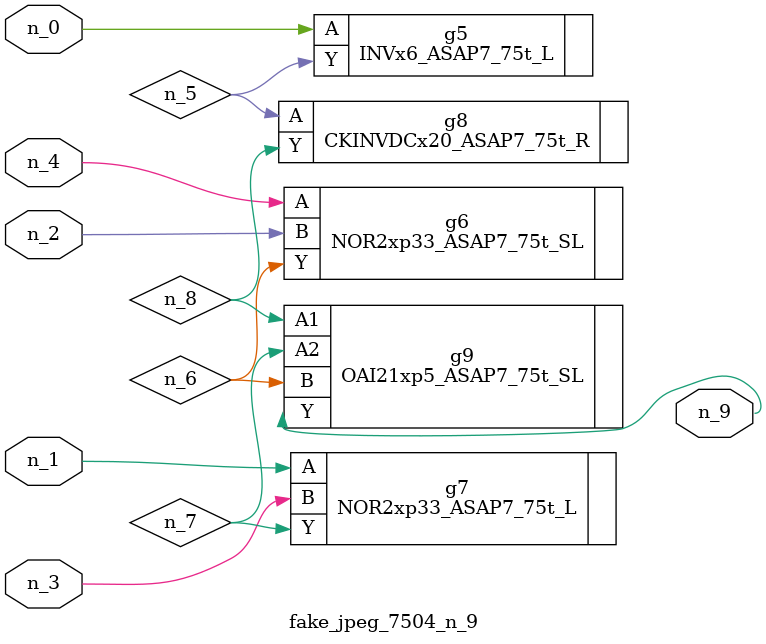
<source format=v>
module fake_jpeg_7504_n_9 (n_3, n_2, n_1, n_0, n_4, n_9);

input n_3;
input n_2;
input n_1;
input n_0;
input n_4;

output n_9;

wire n_8;
wire n_6;
wire n_5;
wire n_7;

INVx6_ASAP7_75t_L g5 ( 
.A(n_0),
.Y(n_5)
);

NOR2xp33_ASAP7_75t_SL g6 ( 
.A(n_4),
.B(n_2),
.Y(n_6)
);

NOR2xp33_ASAP7_75t_L g7 ( 
.A(n_1),
.B(n_3),
.Y(n_7)
);

CKINVDCx20_ASAP7_75t_R g8 ( 
.A(n_5),
.Y(n_8)
);

OAI21xp5_ASAP7_75t_SL g9 ( 
.A1(n_8),
.A2(n_7),
.B(n_6),
.Y(n_9)
);


endmodule
</source>
